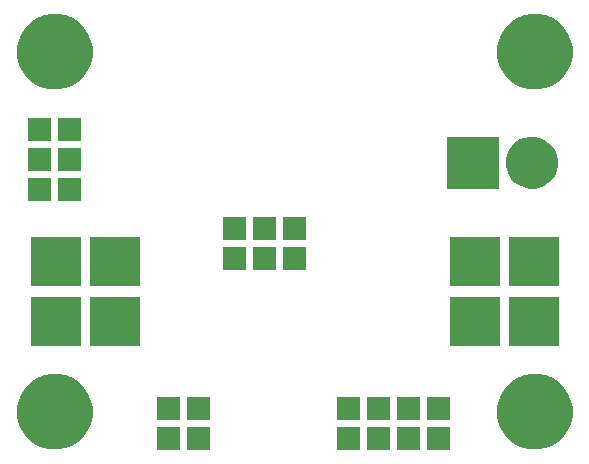
<source format=gbr>
G04 #@! TF.FileFunction,Soldermask,Top*
%FSLAX46Y46*%
G04 Gerber Fmt 4.6, Leading zero omitted, Abs format (unit mm)*
G04 Created by KiCad (PCBNEW 4.0.3-stable) date 09/22/16 07:48:20*
%MOMM*%
%LPD*%
G01*
G04 APERTURE LIST*
%ADD10C,0.500000*%
G04 APERTURE END LIST*
D10*
G36*
X38554000Y1832000D02*
X36630000Y1832000D01*
X36630000Y3756000D01*
X38554000Y3756000D01*
X38554000Y1832000D01*
X38554000Y1832000D01*
G37*
G36*
X36014000Y1832000D02*
X34090000Y1832000D01*
X34090000Y3756000D01*
X36014000Y3756000D01*
X36014000Y1832000D01*
X36014000Y1832000D01*
G37*
G36*
X30934000Y1832000D02*
X29010000Y1832000D01*
X29010000Y3756000D01*
X30934000Y3756000D01*
X30934000Y1832000D01*
X30934000Y1832000D01*
G37*
G36*
X18234000Y1832000D02*
X16310000Y1832000D01*
X16310000Y3756000D01*
X18234000Y3756000D01*
X18234000Y1832000D01*
X18234000Y1832000D01*
G37*
G36*
X33474000Y1832000D02*
X31550000Y1832000D01*
X31550000Y3756000D01*
X33474000Y3756000D01*
X33474000Y1832000D01*
X33474000Y1832000D01*
G37*
G36*
X15694000Y1832000D02*
X13770000Y1832000D01*
X13770000Y3756000D01*
X15694000Y3756000D01*
X15694000Y1832000D01*
X15694000Y1832000D01*
G37*
G36*
X46056110Y8277872D02*
X46670848Y8151685D01*
X47249363Y7908500D01*
X47769631Y7557574D01*
X48211824Y7112283D01*
X48559105Y6589582D01*
X48798249Y6009378D01*
X48920004Y5394466D01*
X48920004Y5394449D01*
X48920137Y5393776D01*
X48910128Y4676993D01*
X48909977Y4676330D01*
X48909977Y4676306D01*
X48771099Y4065032D01*
X48515851Y3491739D01*
X48154107Y2978933D01*
X47699653Y2546162D01*
X47169787Y2209900D01*
X46584712Y1982964D01*
X45966688Y1873989D01*
X45339273Y1887132D01*
X44726359Y2021890D01*
X44151293Y2273129D01*
X43635980Y2631282D01*
X43200044Y3082706D01*
X42860093Y3610208D01*
X42629075Y4193693D01*
X42515790Y4810936D01*
X42524551Y5438424D01*
X42655027Y6052266D01*
X42902248Y6629075D01*
X43256795Y7146877D01*
X43705163Y7585952D01*
X44230276Y7929576D01*
X44812132Y8164661D01*
X45428571Y8282254D01*
X46056110Y8277872D01*
X46056110Y8277872D01*
G37*
G36*
X5416110Y8277872D02*
X6030848Y8151685D01*
X6609363Y7908500D01*
X7129631Y7557574D01*
X7571824Y7112283D01*
X7919105Y6589582D01*
X8158249Y6009378D01*
X8280004Y5394466D01*
X8280004Y5394449D01*
X8280137Y5393776D01*
X8270128Y4676993D01*
X8269977Y4676330D01*
X8269977Y4676306D01*
X8131099Y4065032D01*
X7875851Y3491739D01*
X7514107Y2978933D01*
X7059653Y2546162D01*
X6529787Y2209900D01*
X5944712Y1982964D01*
X5326688Y1873989D01*
X4699273Y1887132D01*
X4086359Y2021890D01*
X3511293Y2273129D01*
X2995980Y2631282D01*
X2560044Y3082706D01*
X2220093Y3610208D01*
X1989075Y4193693D01*
X1875790Y4810936D01*
X1884551Y5438424D01*
X2015027Y6052266D01*
X2262248Y6629075D01*
X2616795Y7146877D01*
X3065163Y7585952D01*
X3590276Y7929576D01*
X4172132Y8164661D01*
X4788571Y8282254D01*
X5416110Y8277872D01*
X5416110Y8277872D01*
G37*
G36*
X36014000Y4372000D02*
X34090000Y4372000D01*
X34090000Y6296000D01*
X36014000Y6296000D01*
X36014000Y4372000D01*
X36014000Y4372000D01*
G37*
G36*
X15694000Y4372000D02*
X13770000Y4372000D01*
X13770000Y6296000D01*
X15694000Y6296000D01*
X15694000Y4372000D01*
X15694000Y4372000D01*
G37*
G36*
X33474000Y4372000D02*
X31550000Y4372000D01*
X31550000Y6296000D01*
X33474000Y6296000D01*
X33474000Y4372000D01*
X33474000Y4372000D01*
G37*
G36*
X38554000Y4372000D02*
X36630000Y4372000D01*
X36630000Y6296000D01*
X38554000Y6296000D01*
X38554000Y4372000D01*
X38554000Y4372000D01*
G37*
G36*
X18234000Y4372000D02*
X16310000Y4372000D01*
X16310000Y6296000D01*
X18234000Y6296000D01*
X18234000Y4372000D01*
X18234000Y4372000D01*
G37*
G36*
X30934000Y4372000D02*
X29010000Y4372000D01*
X29010000Y6296000D01*
X30934000Y6296000D01*
X30934000Y4372000D01*
X30934000Y4372000D01*
G37*
G36*
X12265000Y10595000D02*
X8055000Y10595000D01*
X8055000Y14805000D01*
X12265000Y14805000D01*
X12265000Y10595000D01*
X12265000Y10595000D01*
G37*
G36*
X7265000Y10595000D02*
X3055000Y10595000D01*
X3055000Y14805000D01*
X7265000Y14805000D01*
X7265000Y10595000D01*
X7265000Y10595000D01*
G37*
G36*
X42745000Y10595000D02*
X38535000Y10595000D01*
X38535000Y14805000D01*
X42745000Y14805000D01*
X42745000Y10595000D01*
X42745000Y10595000D01*
G37*
G36*
X47745000Y10595000D02*
X43535000Y10595000D01*
X43535000Y14805000D01*
X47745000Y14805000D01*
X47745000Y10595000D01*
X47745000Y10595000D01*
G37*
G36*
X7265000Y15675000D02*
X3055000Y15675000D01*
X3055000Y19885000D01*
X7265000Y19885000D01*
X7265000Y15675000D01*
X7265000Y15675000D01*
G37*
G36*
X42745000Y15675000D02*
X38535000Y15675000D01*
X38535000Y19885000D01*
X42745000Y19885000D01*
X42745000Y15675000D01*
X42745000Y15675000D01*
G37*
G36*
X47745000Y15675000D02*
X43535000Y15675000D01*
X43535000Y19885000D01*
X47745000Y19885000D01*
X47745000Y15675000D01*
X47745000Y15675000D01*
G37*
G36*
X12265000Y15675000D02*
X8055000Y15675000D01*
X8055000Y19885000D01*
X12265000Y19885000D01*
X12265000Y15675000D01*
X12265000Y15675000D01*
G37*
G36*
X23822000Y17072000D02*
X21898000Y17072000D01*
X21898000Y18996000D01*
X23822000Y18996000D01*
X23822000Y17072000D01*
X23822000Y17072000D01*
G37*
G36*
X21282000Y17072000D02*
X19358000Y17072000D01*
X19358000Y18996000D01*
X21282000Y18996000D01*
X21282000Y17072000D01*
X21282000Y17072000D01*
G37*
G36*
X26362000Y17072000D02*
X24438000Y17072000D01*
X24438000Y18996000D01*
X26362000Y18996000D01*
X26362000Y17072000D01*
X26362000Y17072000D01*
G37*
G36*
X21282000Y19612000D02*
X19358000Y19612000D01*
X19358000Y21536000D01*
X21282000Y21536000D01*
X21282000Y19612000D01*
X21282000Y19612000D01*
G37*
G36*
X23822000Y19612000D02*
X21898000Y19612000D01*
X21898000Y21536000D01*
X23822000Y21536000D01*
X23822000Y19612000D01*
X23822000Y19612000D01*
G37*
G36*
X26362000Y19612000D02*
X24438000Y19612000D01*
X24438000Y21536000D01*
X26362000Y21536000D01*
X26362000Y19612000D01*
X26362000Y19612000D01*
G37*
G36*
X4772000Y22914000D02*
X2848000Y22914000D01*
X2848000Y24838000D01*
X4772000Y24838000D01*
X4772000Y22914000D01*
X4772000Y22914000D01*
G37*
G36*
X7312000Y22914000D02*
X5388000Y22914000D01*
X5388000Y24838000D01*
X7312000Y24838000D01*
X7312000Y22914000D01*
X7312000Y22914000D01*
G37*
G36*
X45697076Y28360538D02*
X46119709Y28273785D01*
X46517438Y28106595D01*
X46875123Y27865334D01*
X47179131Y27559196D01*
X47417886Y27199839D01*
X47582298Y26800948D01*
X47665962Y26378411D01*
X47665962Y26378389D01*
X47666094Y26377721D01*
X47659213Y25884933D01*
X47659062Y25884270D01*
X47659062Y25884246D01*
X47563633Y25464213D01*
X47388146Y25070063D01*
X47139452Y24717518D01*
X46827013Y24419985D01*
X46462728Y24188804D01*
X46060491Y24032786D01*
X45635598Y23957865D01*
X45204250Y23966902D01*
X44782871Y24059548D01*
X44387513Y24232275D01*
X44033235Y24478505D01*
X43733529Y24788859D01*
X43499812Y25151518D01*
X43340987Y25552664D01*
X43263103Y25977019D01*
X43269127Y26408416D01*
X43358829Y26830433D01*
X43528794Y27226991D01*
X43772545Y27582979D01*
X44080799Y27884844D01*
X44441813Y28121085D01*
X44841839Y28282706D01*
X45265642Y28363551D01*
X45697076Y28360538D01*
X45697076Y28360538D01*
G37*
G36*
X42666000Y23962000D02*
X38266000Y23962000D01*
X38266000Y28362000D01*
X42666000Y28362000D01*
X42666000Y23962000D01*
X42666000Y23962000D01*
G37*
G36*
X4772000Y25454000D02*
X2848000Y25454000D01*
X2848000Y27378000D01*
X4772000Y27378000D01*
X4772000Y25454000D01*
X4772000Y25454000D01*
G37*
G36*
X7312000Y25454000D02*
X5388000Y25454000D01*
X5388000Y27378000D01*
X7312000Y27378000D01*
X7312000Y25454000D01*
X7312000Y25454000D01*
G37*
G36*
X7312000Y27994000D02*
X5388000Y27994000D01*
X5388000Y29918000D01*
X7312000Y29918000D01*
X7312000Y27994000D01*
X7312000Y27994000D01*
G37*
G36*
X4772000Y27994000D02*
X2848000Y27994000D01*
X2848000Y29918000D01*
X4772000Y29918000D01*
X4772000Y27994000D01*
X4772000Y27994000D01*
G37*
G36*
X46056110Y38757872D02*
X46670848Y38631685D01*
X47249363Y38388500D01*
X47769631Y38037574D01*
X48211824Y37592283D01*
X48559105Y37069582D01*
X48798249Y36489378D01*
X48920004Y35874466D01*
X48920004Y35874449D01*
X48920137Y35873776D01*
X48910128Y35156993D01*
X48909977Y35156330D01*
X48909977Y35156306D01*
X48771099Y34545032D01*
X48515851Y33971739D01*
X48154107Y33458933D01*
X47699653Y33026162D01*
X47169787Y32689900D01*
X46584712Y32462964D01*
X45966688Y32353989D01*
X45339273Y32367132D01*
X44726359Y32501890D01*
X44151293Y32753129D01*
X43635980Y33111282D01*
X43200044Y33562706D01*
X42860093Y34090208D01*
X42629075Y34673693D01*
X42515790Y35290936D01*
X42524551Y35918424D01*
X42655027Y36532266D01*
X42902248Y37109075D01*
X43256795Y37626877D01*
X43705163Y38065952D01*
X44230276Y38409576D01*
X44812132Y38644661D01*
X45428571Y38762254D01*
X46056110Y38757872D01*
X46056110Y38757872D01*
G37*
G36*
X5416110Y38757872D02*
X6030848Y38631685D01*
X6609363Y38388500D01*
X7129631Y38037574D01*
X7571824Y37592283D01*
X7919105Y37069582D01*
X8158249Y36489378D01*
X8280004Y35874466D01*
X8280004Y35874449D01*
X8280137Y35873776D01*
X8270128Y35156993D01*
X8269977Y35156330D01*
X8269977Y35156306D01*
X8131099Y34545032D01*
X7875851Y33971739D01*
X7514107Y33458933D01*
X7059653Y33026162D01*
X6529787Y32689900D01*
X5944712Y32462964D01*
X5326688Y32353989D01*
X4699273Y32367132D01*
X4086359Y32501890D01*
X3511293Y32753129D01*
X2995980Y33111282D01*
X2560044Y33562706D01*
X2220093Y34090208D01*
X1989075Y34673693D01*
X1875790Y35290936D01*
X1884551Y35918424D01*
X2015027Y36532266D01*
X2262248Y37109075D01*
X2616795Y37626877D01*
X3065163Y38065952D01*
X3590276Y38409576D01*
X4172132Y38644661D01*
X4788571Y38762254D01*
X5416110Y38757872D01*
X5416110Y38757872D01*
G37*
M02*

</source>
